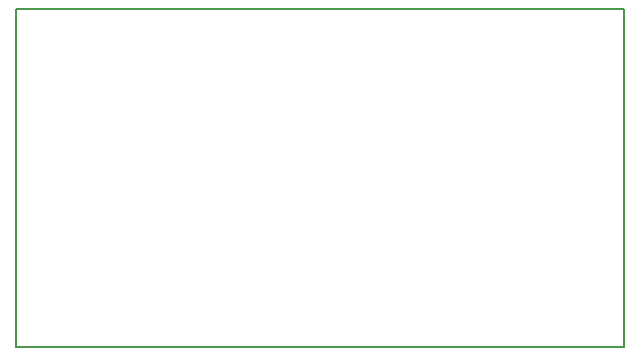
<source format=gbo>
G04 (created by PCBNEW (2013-mar-13)-testing) date Thu 04 Apr 2013 06:28:06 PM CEST*
%MOIN*%
G04 Gerber Fmt 3.4, Leading zero omitted, Abs format*
%FSLAX34Y34*%
G01*
G70*
G90*
G04 APERTURE LIST*
%ADD10C,0.006*%
%ADD11C,0.00590551*%
G04 APERTURE END LIST*
G54D10*
G54D11*
X90000Y-64250D02*
X90000Y-53000D01*
X69750Y-64250D02*
X69750Y-53000D01*
X90000Y-53000D02*
X69750Y-53000D01*
X69750Y-64250D02*
X90000Y-64250D01*
M02*

</source>
